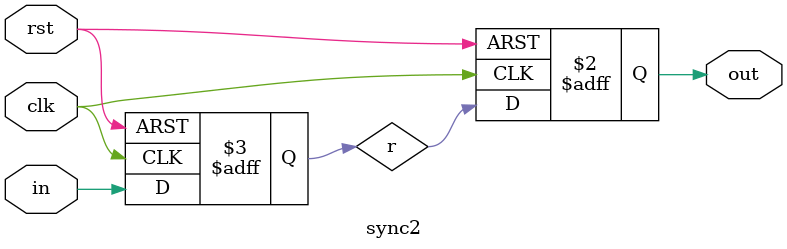
<source format=v>
module sync2
(
    input      clk,
    input      rst,
    input      in,
    output reg out
);

    reg r;

    always @ (posedge clk or posedge rst)
        if (rst)
            { out, r } <= 0;
        else
            { out, r } <= { r, in };

endmodule

</source>
